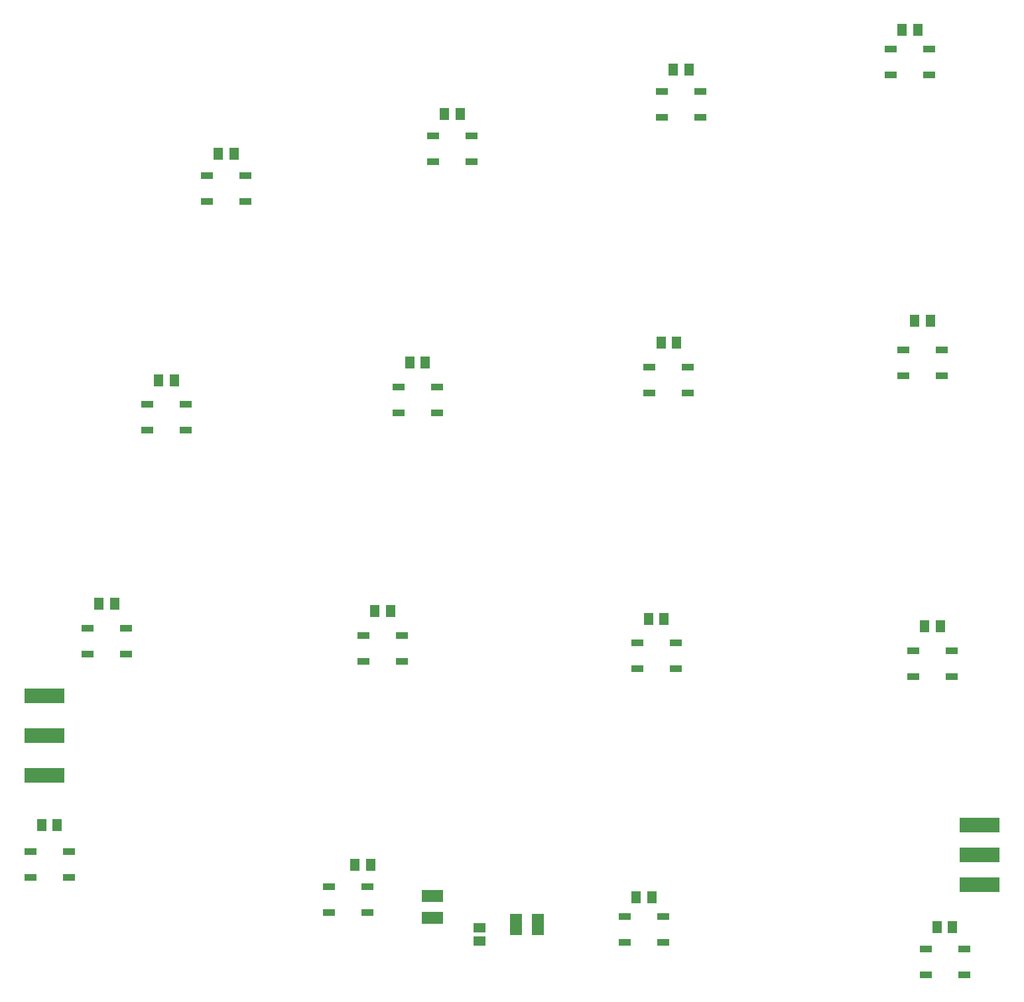
<source format=gtp>
G75*
G70*
%OFA0B0*%
%FSLAX24Y24*%
%IPPOS*%
%LPD*%
%AMOC8*
5,1,8,0,0,1.08239X$1,22.5*
%
%ADD10R,0.0591X0.0354*%
%ADD11R,0.0512X0.0630*%
%ADD12R,0.2000X0.0720*%
%ADD13R,0.0591X0.0512*%
%ADD14R,0.0630X0.1063*%
%ADD15R,0.1063X0.0630*%
D10*
X007435Y012000D03*
X007435Y013300D03*
X009365Y013300D03*
X009365Y012000D03*
X010310Y023250D03*
X010310Y024550D03*
X012240Y024550D03*
X012240Y023250D03*
X013310Y034500D03*
X013310Y035800D03*
X015240Y035800D03*
X015240Y034500D03*
X025935Y035375D03*
X025935Y036675D03*
X027865Y036675D03*
X027865Y035375D03*
X038560Y036375D03*
X038560Y037675D03*
X040490Y037675D03*
X040490Y036375D03*
X051310Y037250D03*
X051310Y038550D03*
X053240Y038550D03*
X053240Y037250D03*
X041115Y050250D03*
X041115Y051550D03*
X039185Y051550D03*
X039185Y050250D03*
X029615Y049300D03*
X029615Y048000D03*
X027685Y048000D03*
X027685Y049300D03*
X018240Y047300D03*
X018240Y046000D03*
X016310Y046000D03*
X016310Y047300D03*
X024185Y024175D03*
X024185Y022875D03*
X026115Y022875D03*
X026115Y024175D03*
X037935Y023800D03*
X037935Y022500D03*
X039865Y022500D03*
X039865Y023800D03*
X051810Y023425D03*
X051810Y022125D03*
X053740Y022125D03*
X053740Y023425D03*
X039240Y010050D03*
X039240Y008750D03*
X037310Y008750D03*
X037310Y010050D03*
X024365Y010250D03*
X024365Y011550D03*
X022435Y011550D03*
X022435Y010250D03*
X052435Y008425D03*
X052435Y007125D03*
X054365Y007125D03*
X054365Y008425D03*
X052615Y052375D03*
X052615Y053675D03*
X050685Y053675D03*
X050685Y052375D03*
D11*
X051256Y054650D03*
X052044Y054650D03*
X040544Y052650D03*
X039756Y052650D03*
X029044Y050400D03*
X028256Y050400D03*
X017669Y048400D03*
X016881Y048400D03*
X026506Y037900D03*
X027294Y037900D03*
X039131Y038900D03*
X039919Y038900D03*
X051881Y040025D03*
X052669Y040025D03*
X039294Y025025D03*
X038506Y025025D03*
X025544Y025400D03*
X024756Y025400D03*
X014669Y037025D03*
X013881Y037025D03*
X011669Y025775D03*
X010881Y025775D03*
X008794Y014650D03*
X008006Y014650D03*
X023756Y012650D03*
X024544Y012650D03*
X037881Y011025D03*
X038669Y011025D03*
X052381Y024650D03*
X053169Y024650D03*
X053006Y009525D03*
X053794Y009525D03*
D12*
X055150Y011650D03*
X055150Y013150D03*
X055150Y014650D03*
X008150Y017150D03*
X008150Y019150D03*
X008150Y021150D03*
D13*
X030025Y009485D03*
X030025Y008815D03*
D14*
X031849Y009650D03*
X032951Y009650D03*
D15*
X027650Y009974D03*
X027650Y011076D03*
M02*

</source>
